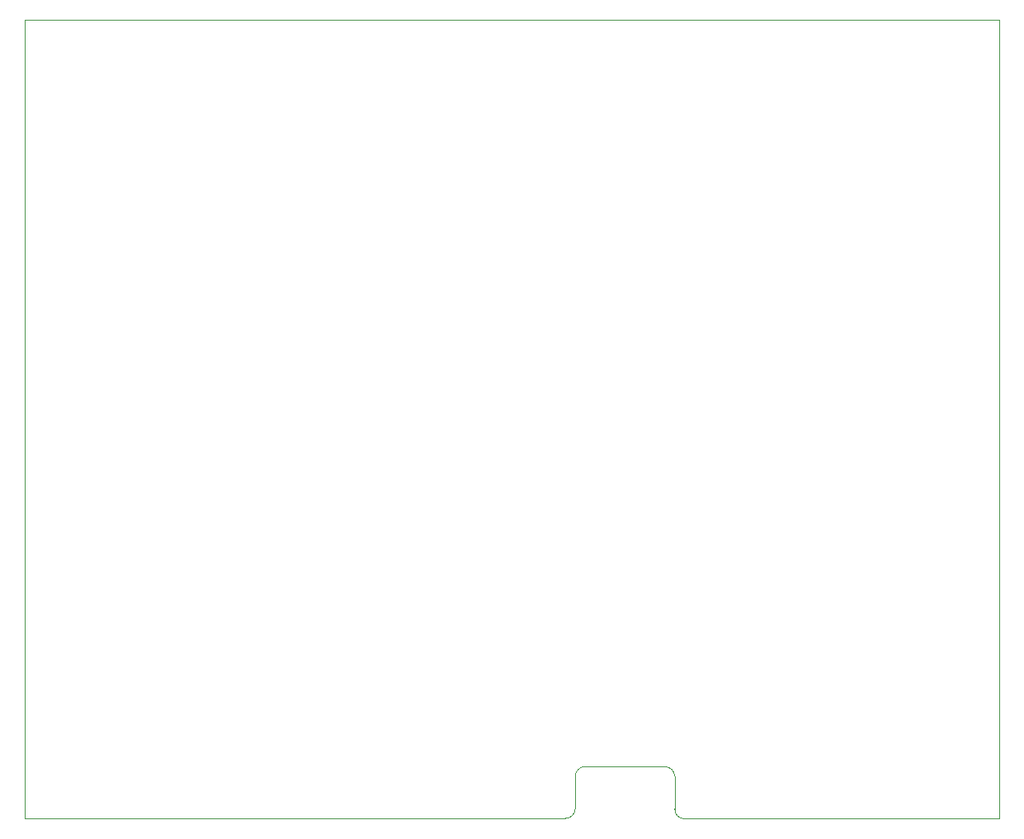
<source format=gm1>
%TF.GenerationSoftware,KiCad,Pcbnew,9.0.6*%
%TF.CreationDate,2025-12-08T20:00:34-05:00*%
%TF.ProjectId,LCC-Pico-Node_v2_6,4c43432d-5069-4636-9f2d-4e6f64655f76,rev?*%
%TF.SameCoordinates,Original*%
%TF.FileFunction,Profile,NP*%
%FSLAX46Y46*%
G04 Gerber Fmt 4.6, Leading zero omitted, Abs format (unit mm)*
G04 Created by KiCad (PCBNEW 9.0.6) date 2025-12-08 20:00:34*
%MOMM*%
%LPD*%
G01*
G04 APERTURE LIST*
%TA.AperFunction,Profile*%
%ADD10C,0.050000*%
%TD*%
G04 APERTURE END LIST*
D10*
X100700000Y-132000000D02*
X100700000Y-50000000D01*
X100700000Y-50000000D02*
X200700000Y-50000000D01*
X200700000Y-50000000D02*
X200700000Y-132000000D01*
X200700000Y-132000000D02*
X168400000Y-132000000D01*
X158200000Y-126650000D02*
X166400000Y-126650000D01*
X167400000Y-127650000D02*
X167400000Y-131000000D01*
X157200000Y-127650000D02*
G75*
G02*
X158200000Y-126650000I1000000J0D01*
G01*
X156200885Y-131950884D02*
X100700000Y-132000000D01*
X166400000Y-126650000D02*
G75*
G02*
X167400000Y-127650000I0J-1000000D01*
G01*
X157200000Y-130950885D02*
G75*
G02*
X156200885Y-131950900I-1000000J-15D01*
G01*
X168400000Y-132000000D02*
G75*
G02*
X167400000Y-131000000I0J1000000D01*
G01*
X157200000Y-130950885D02*
X157200000Y-127650000D01*
M02*

</source>
